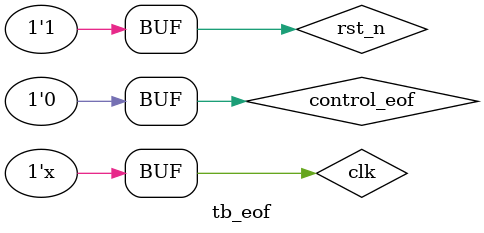
<source format=v>
`timescale 1ns / 1ps

module tb_eof( );
reg clk;
reg rst_n;
reg control_eof;
wire eof;
wire eof_done;
eof uut(
        .clk               (clk),
        .rst_n             (rst_n),
        .control_eof       (control_eof),
        .eof               (eof),
        .eof_done          (eof_done)
);
always begin #295 clk = ~clk; end

initial begin
    clk = 0;
    rst_n = 0;
    control_eof = 0;
    #1180
    rst_n = 1;
    # 590
    control_eof=1;
    # 590
    control_eof=0;
    # 590000
    control_eof=1;
    # 590
    control_eof=0;
        
end

endmodule

</source>
